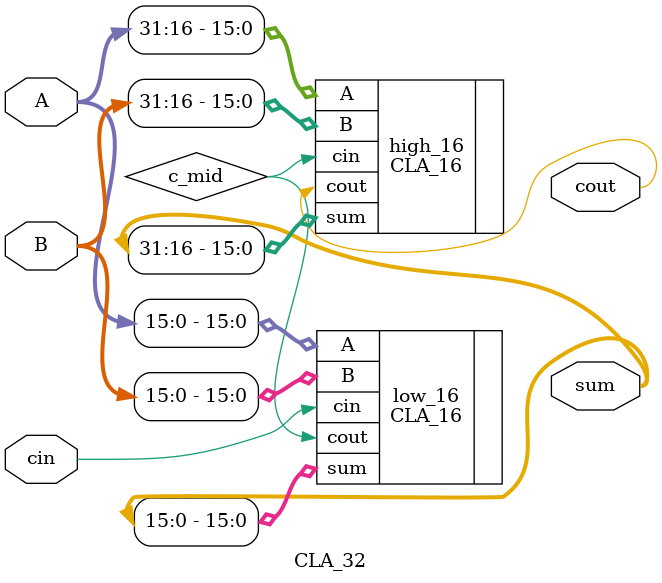
<source format=v>
module CLA_32 (
    input [31:0] A,
    input [31:0] B,
    input cin,
    output [31:0] sum,
    output cout
);
    wire c_mid; //carry signal between the two 16-bit CLAs

    // lower 16 bits (0-15)
    CLA_16 low_16 (
        .A(A[15:0]),
        .B(B[15:0]),
        .cin(cin),
        .sum(sum[15:0]),
        .cout(c_mid)
    );

    // upper 16 bits (16-31)
    CLA_16 high_16 (
        .A(A[31:16]),
        .B(B[31:16]),
        .cin(c_mid),
        .sum(sum[31:16]),
        .cout(cout)
    );

endmodule
</source>
